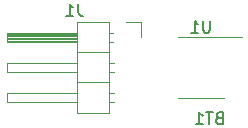
<source format=gbr>
%TF.GenerationSoftware,KiCad,Pcbnew,5.1.11-e4df9d881f~92~ubuntu21.04.1*%
%TF.CreationDate,2021-10-31T17:42:42-07:00*%
%TF.ProjectId,attiny402_rgb-pendant,61747469-6e79-4343-9032-5f7267622d70,1.0*%
%TF.SameCoordinates,Original*%
%TF.FileFunction,Legend,Bot*%
%TF.FilePolarity,Positive*%
%FSLAX46Y46*%
G04 Gerber Fmt 4.6, Leading zero omitted, Abs format (unit mm)*
G04 Created by KiCad (PCBNEW 5.1.11-e4df9d881f~92~ubuntu21.04.1) date 2021-10-31 17:42:42*
%MOMM*%
%LPD*%
G01*
G04 APERTURE LIST*
%ADD10C,0.120000*%
%ADD11C,0.150000*%
G04 APERTURE END LIST*
D10*
%TO.C,U1*%
X148590000Y-95270000D02*
X146640000Y-95270000D01*
X148590000Y-95270000D02*
X150540000Y-95270000D01*
X148590000Y-90150000D02*
X146640000Y-90150000D01*
X148590000Y-90150000D02*
X152040000Y-90150000D01*
%TO.C,J1*%
X140800000Y-88840000D02*
X140800000Y-96580000D01*
X140800000Y-96580000D02*
X138140000Y-96580000D01*
X138140000Y-96580000D02*
X138140000Y-88840000D01*
X138140000Y-88840000D02*
X140800000Y-88840000D01*
X138140000Y-89790000D02*
X132140000Y-89790000D01*
X132140000Y-89790000D02*
X132140000Y-90550000D01*
X132140000Y-90550000D02*
X138140000Y-90550000D01*
X138140000Y-89850000D02*
X132140000Y-89850000D01*
X138140000Y-89970000D02*
X132140000Y-89970000D01*
X138140000Y-90090000D02*
X132140000Y-90090000D01*
X138140000Y-90210000D02*
X132140000Y-90210000D01*
X138140000Y-90330000D02*
X132140000Y-90330000D01*
X138140000Y-90450000D02*
X132140000Y-90450000D01*
X141130000Y-89790000D02*
X140800000Y-89790000D01*
X141130000Y-90550000D02*
X140800000Y-90550000D01*
X140800000Y-91440000D02*
X138140000Y-91440000D01*
X138140000Y-92330000D02*
X132140000Y-92330000D01*
X132140000Y-92330000D02*
X132140000Y-93090000D01*
X132140000Y-93090000D02*
X138140000Y-93090000D01*
X141197071Y-92330000D02*
X140800000Y-92330000D01*
X141197071Y-93090000D02*
X140800000Y-93090000D01*
X140800000Y-93980000D02*
X138140000Y-93980000D01*
X138140000Y-94870000D02*
X132140000Y-94870000D01*
X132140000Y-94870000D02*
X132140000Y-95630000D01*
X132140000Y-95630000D02*
X138140000Y-95630000D01*
X141197071Y-94870000D02*
X140800000Y-94870000D01*
X141197071Y-95630000D02*
X140800000Y-95630000D01*
X143510000Y-90170000D02*
X143510000Y-88900000D01*
X143510000Y-88900000D02*
X142240000Y-88900000D01*
%TO.C,U1*%
D11*
X149351904Y-88762380D02*
X149351904Y-89571904D01*
X149304285Y-89667142D01*
X149256666Y-89714761D01*
X149161428Y-89762380D01*
X148970952Y-89762380D01*
X148875714Y-89714761D01*
X148828095Y-89667142D01*
X148780476Y-89571904D01*
X148780476Y-88762380D01*
X147780476Y-89762380D02*
X148351904Y-89762380D01*
X148066190Y-89762380D02*
X148066190Y-88762380D01*
X148161428Y-88905238D01*
X148256666Y-89000476D01*
X148351904Y-89048095D01*
%TO.C,J1*%
X138188333Y-87352380D02*
X138188333Y-88066666D01*
X138235952Y-88209523D01*
X138331190Y-88304761D01*
X138474047Y-88352380D01*
X138569285Y-88352380D01*
X137188333Y-88352380D02*
X137759761Y-88352380D01*
X137474047Y-88352380D02*
X137474047Y-87352380D01*
X137569285Y-87495238D01*
X137664523Y-87590476D01*
X137759761Y-87638095D01*
%TO.C,BT1*%
X150115714Y-96988571D02*
X149972857Y-97036190D01*
X149925238Y-97083809D01*
X149877619Y-97179047D01*
X149877619Y-97321904D01*
X149925238Y-97417142D01*
X149972857Y-97464761D01*
X150068095Y-97512380D01*
X150449047Y-97512380D01*
X150449047Y-96512380D01*
X150115714Y-96512380D01*
X150020476Y-96560000D01*
X149972857Y-96607619D01*
X149925238Y-96702857D01*
X149925238Y-96798095D01*
X149972857Y-96893333D01*
X150020476Y-96940952D01*
X150115714Y-96988571D01*
X150449047Y-96988571D01*
X149591904Y-96512380D02*
X149020476Y-96512380D01*
X149306190Y-97512380D02*
X149306190Y-96512380D01*
X148163333Y-97512380D02*
X148734761Y-97512380D01*
X148449047Y-97512380D02*
X148449047Y-96512380D01*
X148544285Y-96655238D01*
X148639523Y-96750476D01*
X148734761Y-96798095D01*
%TD*%
M02*

</source>
